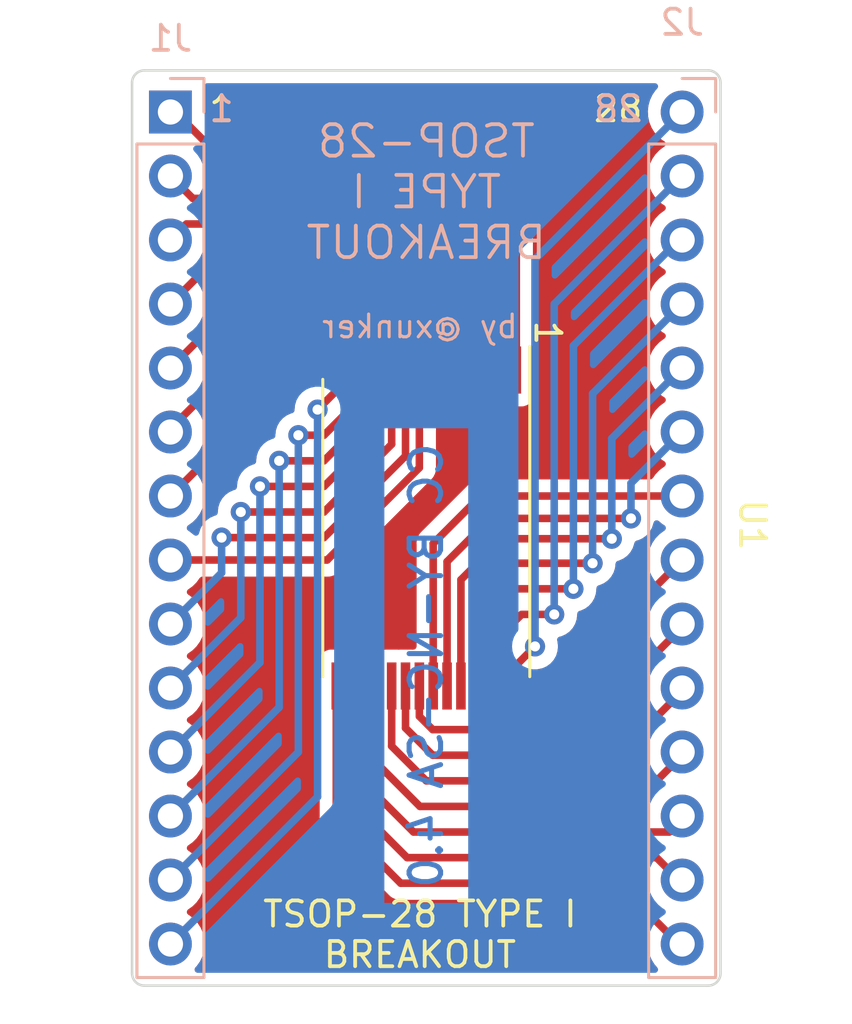
<source format=kicad_pcb>
(kicad_pcb (version 20211014) (generator pcbnew)
  (layers (0 "F.Cu" signal) (31 "B.Cu" signal) (34 "B.Paste" user) (35 "F.Paste" user) (36 "B.SilkS" user "B.Silkscreen") (37 "F.SilkS" user "F.Silkscreen") (38 "B.Mask" user) (39 "F.Mask" user) (44 "Edge.Cuts" user))
  (net 0 "")
  (net 1 "1")
  (net 2 "3")
  (net 3 "4")
  (net 4 "6")
  (net 5 "7")
  (net 6 "8")
  (net 7 "10")
  (net 8 "11")
  (net 9 "12")
  (net 10 "13")
  (net 11 "14")
  (net 12 "15")
  (net 13 "16")
  (net 14 "17")
  (net 15 "18")
  (net 16 "19")
  (net 17 "20")
  (net 18 "21")
  (net 19 "22")
  (net 20 "23")
  (net 21 "24")
  (net 22 "25")
  (net 23 "26")
  (net 24 "27")
  (net 25 "28")
  (net 26 "2")
  (net 27 "5")
  (net 28 "9")
  (footprint "Package_SO:TSOP-I-28_11.8x8mm_P0.55mm" (layer "F.Cu") (at 111.76 66.675 -90)
    (fp_text reference "U1" (at -0.127 -12.954 -90 unlocked) (layer "F.SilkS"))
    (fp_text value "AT28C16-T")
    (fp_line (start -7.205 -4.11) (end 5.9 -4.11) (layer "F.SilkS") (width 0.12))
    (fp_line (start -5.9 4.11) (end 5.9 4.11) (layer "F.SilkS") (width 0.12))
    (pad "1" smd rect (at -6.27 -3.575 270) (size 1.87 0.38) (layers "F.Cu" "F.Paste" "F.Mask") (net 1 "1"))
    (pad "2" smd rect (at -6.27 -3.025 270) (size 1.87 0.38) (layers "F.Cu" "F.Paste" "F.Mask") (net 26 "2"))
    (pad "3" smd rect (at -6.27 -2.475 270) (size 1.87 0.38) (layers "F.Cu" "F.Paste" "F.Mask") (net 2 "3"))
    (pad "4" smd rect (at -6.27 -1.925 270) (size 1.87 0.38) (layers "F.Cu" "F.Paste" "F.Mask") (net 3 "4"))
    (pad "5" smd rect (at -6.27 -1.375 270) (size 1.87 0.38) (layers "F.Cu" "F.Paste" "F.Mask") (net 27 "5"))
    (pad "6" smd rect (at -6.27 -0.825 270) (size 1.87 0.38) (layers "F.Cu" "F.Paste" "F.Mask") (net 4 "6"))
    (pad "7" smd rect (at -6.27 -0.275 270) (size 1.87 0.38) (layers "F.Cu" "F.Paste" "F.Mask") (net 5 "7"))
    (pad "8" smd rect (at -6.27 0.275 270) (size 1.87 0.38) (layers "F.Cu" "F.Paste" "F.Mask") (net 6 "8"))
    (pad "9" smd rect (at -6.27 0.825 270) (size 1.87 0.38) (layers "F.Cu" "F.Paste" "F.Mask") (net 28 "9"))
    (pad "10" smd rect (at -6.27 1.375 270) (size 1.87 0.38) (layers "F.Cu" "F.Paste" "F.Mask") (net 7 "10"))
    (pad "11" smd rect (at -6.27 1.925 270) (size 1.87 0.38) (layers "F.Cu" "F.Paste" "F.Mask") (net 8 "11"))
    (pad "12" smd rect (at -6.27 2.475 270) (size 1.87 0.38) (layers "F.Cu" "F.Paste" "F.Mask") (net 9 "12"))
    (pad "13" smd rect (at -6.27 3.025 270) (size 1.87 0.38) (layers "F.Cu" "F.Paste" "F.Mask") (net 10 "13"))
    (pad "14" smd rect (at -6.27 3.575 270) (size 1.87 0.38) (layers "F.Cu" "F.Paste" "F.Mask") (net 11 "14"))
    (pad "15" smd rect (at 6.27 3.575 270) (size 1.87 0.38) (layers "F.Cu" "F.Paste" "F.Mask") (net 12 "15"))
    (pad "16" smd rect (at 6.27 3.025 270) (size 1.87 0.38) (layers "F.Cu" "F.Paste" "F.Mask") (net 13 "16"))
    (pad "17" smd rect (at 6.27 2.475 270) (size 1.87 0.38) (layers "F.Cu" "F.Paste" "F.Mask") (net 14 "17"))
    (pad "18" smd rect (at 6.27 1.925 270) (size 1.87 0.38) (layers "F.Cu" "F.Paste" "F.Mask") (net 15 "18"))
    (pad "19" smd rect (at 6.27 1.375 270) (size 1.87 0.38) (layers "F.Cu" "F.Paste" "F.Mask") (net 16 "19"))
    (pad "20" smd rect (at 6.27 0.825 270) (size 1.87 0.38) (layers "F.Cu" "F.Paste" "F.Mask") (net 17 "20"))
    (pad "21" smd rect (at 6.27 0.275 270) (size 1.87 0.38) (layers "F.Cu" "F.Paste" "F.Mask") (net 18 "21"))
    (pad "22" smd rect (at 6.27 -0.275 270) (size 1.87 0.38) (layers "F.Cu" "F.Paste" "F.Mask") (net 19 "22"))
    (pad "23" smd rect (at 6.27 -0.825 270) (size 1.87 0.38) (layers "F.Cu" "F.Paste" "F.Mask") (net 20 "23"))
    (pad "24" smd rect (at 6.27 -1.375 270) (size 1.87 0.38) (layers "F.Cu" "F.Paste" "F.Mask") (net 21 "24"))
    (pad "25" smd rect (at 6.27 -1.925 270) (size 1.87 0.38) (layers "F.Cu" "F.Paste" "F.Mask") (net 22 "25"))
    (pad "26" smd rect (at 6.27 -2.475 270) (size 1.87 0.38) (layers "F.Cu" "F.Paste" "F.Mask") (net 23 "26"))
    (pad "27" smd rect (at 6.27 -3.025 270) (size 1.87 0.38) (layers "F.Cu" "F.Paste" "F.Mask") (net 24 "27"))
    (pad "28" smd rect (at 6.27 -3.575 270) (size 1.87 0.38) (layers "F.Cu" "F.Paste" "F.Mask") (net 25 "28"))
  )
  (footprint "Connector_PinHeader_2.54mm:PinHeader_1x14_P2.54mm_Vertical" (layer "B.Cu") (at 101.6 50.165 180)
    (fp_text reference "J1" (at 0 2.921) (layer "B.SilkS") (effects (justify mirror)))
    (fp_text value "Conn_01x14_Male")
    (fp_line (start 1.33 -1.27) (end 1.33 -34.35) (layer "B.SilkS") (width 0.12))
    (fp_line (start -1.33 -1.27) (end -1.33 -34.35) (layer "B.SilkS") (width 0.12))
    (fp_line (start -1.33 1.33) (end 0 1.33) (layer "B.SilkS") (width 0.12))
    (fp_line (start -1.33 0) (end -1.33 1.33) (layer "B.SilkS") (width 0.12))
    (fp_line (start -1.33 -1.27) (end 1.33 -1.27) (layer "B.SilkS") (width 0.12))
    (fp_line (start -1.33 -34.35) (end 1.33 -34.35) (layer "B.SilkS") (width 0.12))
    (pad "1" thru_hole rect (at 0 0 180) (size 1.7 1.7) (drill 1) (layers *.Cu *.Mask) (net 1 "1"))
    (pad "2" thru_hole oval (at 0 -2.54 180) (size 1.7 1.7) (drill 1) (layers *.Cu *.Mask) (net 26 "2"))
    (pad "3" thru_hole oval (at 0 -5.08 180) (size 1.7 1.7) (drill 1) (layers *.Cu *.Mask) (net 2 "3"))
    (pad "4" thru_hole oval (at 0 -7.62 180) (size 1.7 1.7) (drill 1) (layers *.Cu *.Mask) (net 3 "4"))
    (pad "5" thru_hole oval (at 0 -10.16 180) (size 1.7 1.7) (drill 1) (layers *.Cu *.Mask) (net 27 "5"))
    (pad "6" thru_hole oval (at 0 -12.7 180) (size 1.7 1.7) (drill 1) (layers *.Cu *.Mask) (net 4 "6"))
    (pad "7" thru_hole oval (at 0 -15.24 180) (size 1.7 1.7) (drill 1) (layers *.Cu *.Mask) (net 5 "7"))
    (pad "8" thru_hole oval (at 0 -17.78 180) (size 1.7 1.7) (drill 1) (layers *.Cu *.Mask) (net 6 "8"))
    (pad "9" thru_hole oval (at 0 -20.32 180) (size 1.7 1.7) (drill 1) (layers *.Cu *.Mask) (net 28 "9"))
    (pad "10" thru_hole oval (at 0 -22.86 180) (size 1.7 1.7) (drill 1) (layers *.Cu *.Mask) (net 7 "10"))
    (pad "11" thru_hole oval (at 0 -25.4 180) (size 1.7 1.7) (drill 1) (layers *.Cu *.Mask) (net 8 "11"))
    (pad "12" thru_hole oval (at 0 -27.94 180) (size 1.7 1.7) (drill 1) (layers *.Cu *.Mask) (net 9 "12"))
    (pad "13" thru_hole oval (at 0 -30.48 180) (size 1.7 1.7) (drill 1) (layers *.Cu *.Mask) (net 10 "13"))
    (pad "14" thru_hole oval (at 0 -33.02 180) (size 1.7 1.7) (drill 1) (layers *.Cu *.Mask) (net 11 "14"))
  )
  (footprint "Connector_PinHeader_2.54mm:PinHeader_1x14_P2.54mm_Vertical" (layer "B.Cu") (at 121.92 50.165 180)
    (fp_text reference "J2" (at 0 3.556) (layer "B.SilkS") (effects (justify mirror)))
    (fp_text value "Conn_01x14_Male")
    (fp_line (start -1.33 0) (end -1.33 1.33) (layer "B.SilkS") (width 0.12))
    (fp_line (start -1.33 -1.27) (end -1.33 -34.35) (layer "B.SilkS") (width 0.12))
    (fp_line (start -1.33 -1.27) (end 1.33 -1.27) (layer "B.SilkS") (width 0.12))
    (fp_line (start -1.33 -34.35) (end 1.33 -34.35) (layer "B.SilkS") (width 0.12))
    (fp_line (start 1.33 -1.27) (end 1.33 -34.35) (layer "B.SilkS") (width 0.12))
    (fp_line (start -1.33 1.33) (end 0 1.33) (layer "B.SilkS") (width 0.12))
    (pad "1" thru_hole circle (at 0 0 180) (size 1.7 1.7) (drill 1) (layers *.Cu *.Mask) (net 25 "28"))
    (pad "2" thru_hole oval (at 0 -2.54 180) (size 1.7 1.7) (drill 1) (layers *.Cu *.Mask) (net 24 "27"))
    (pad "3" thru_hole oval (at 0 -5.08 180) (size 1.7 1.7) (drill 1) (layers *.Cu *.Mask) (net 23 "26"))
    (pad "4" thru_hole oval (at 0 -7.62 180) (size 1.7 1.7) (drill 1) (layers *.Cu *.Mask) (net 22 "25"))
    (pad "5" thru_hole oval (at 0 -10.16 180) (size 1.7 1.7) (drill 1) (layers *.Cu *.Mask) (net 21 "24"))
    (pad "6" thru_hole oval (at 0 -12.7 180) (size 1.7 1.7) (drill 1) (layers *.Cu *.Mask) (net 20 "23"))
    (pad "7" thru_hole oval (at 0 -15.24 180) (size 1.7 1.7) (drill 1) (layers *.Cu *.Mask) (net 19 "22"))
    (pad "8" thru_hole oval (at 0 -17.78 180) (size 1.7 1.7) (drill 1) (layers *.Cu *.Mask) (net 18 "21"))
    (pad "9" thru_hole oval (at 0 -20.32 180) (size 1.7 1.7) (drill 1) (layers *.Cu *.Mask) (net 17 "20"))
    (pad "10" thru_hole oval (at 0 -22.86 180) (size 1.7 1.7) (drill 1) (layers *.Cu *.Mask) (net 16 "19"))
    (pad "11" thru_hole oval (at 0 -25.4 180) (size 1.7 1.7) (drill 1) (layers *.Cu *.Mask) (net 15 "18"))
    (pad "12" thru_hole oval (at 0 -27.94 180) (size 1.7 1.7) (drill 1) (layers *.Cu *.Mask) (net 14 "17"))
    (pad "13" thru_hole oval (at 0 -30.48 180) (size 1.7 1.7) (drill 1) (layers *.Cu *.Mask) (net 13 "16"))
    (pad "14" thru_hole oval (at 0 -33.02 180) (size 1.7 1.7) (drill 1) (layers *.Cu *.Mask) (net 12 "15"))
  )
  (gr_arc (start 123.444 84.345688) (mid 123.300391 84.692391) (end 122.953688 84.836) (layer "Edge.Cuts") (width 0.1))
  (gr_line (start 100.566312 84.836) (end 122.953688 84.836) (layer "Edge.Cuts") (width 0.1))
  (gr_line (start 123.444 84.345688) (end 123.444 49.004312) (layer "Edge.Cuts") (width 0.1))
  (gr_arc (start 100.566312 84.836) (mid 100.219609 84.692391) (end 100.076 84.345688) (layer "Edge.Cuts") (width 0.1))
  (gr_line (start 100.076 49.004312) (end 100.076 84.345688) (layer "Edge.Cuts") (width 0.1))
  (gr_arc (start 100.076 49.004312) (mid 100.219609 48.657609) (end 100.566312 48.514) (layer "Edge.Cuts") (width 0.1))
  (gr_arc (start 122.953688 48.514) (mid 123.300391 48.657609) (end 123.444 49.004312) (layer "Edge.Cuts") (width 0.1))
  (gr_line (start 122.953688 48.514) (end 100.566312 48.514) (layer "Edge.Cuts") (width 0.1))
  (gr_text "CC BY-NC-SA 4.0" (at 111.76 72.136 90) (layer "B.Cu") (effects (font (size 1.25 1.25) (thickness 0.2)) (justify mirror)))
  (gr_text "TSOP-28\nTYPE I\nBREAKOUT" (at 111.76 53.34) (layer "B.SilkS") (effects (font (size 1.25 1.25)) (justify mirror)))
  (gr_text "by @xunker" (at 111.506 58.674) (layer "B.SilkS") (effects (font (size 0.9 0.9) (thickness 0.125)) (justify mirror)))
  (gr_text "1" (at 103.632 50.038) (layer "B.SilkS") (effects (font (size 1 1)) (justify mirror)))
  (gr_text "28" (at 119.38 50.038) (layer "B.SilkS") (effects (font (size 1 1)) (justify mirror)))
  (gr_text "1" (at 103.632 50.038) (layer "F.SilkS") (effects (font (size 1 1))))
  (gr_text "1" (at 116.586 58.928 -90) (layer "F.SilkS") (effects (font (size 1 1))))
  (gr_text "TSOP-28 TYPE I\nBREAKOUT" (at 111.506 82.804) (layer "F.SilkS") (effects (font (size 1 1))))
  (gr_text "28" (at 119.38 50.038) (layer "F.SilkS") (effects (font (size 1 1))))
  (segment (start 101.6 50.165) (end 101.7905 50.165) (width 0.3) (layer "F.Cu") (net 1))
  (segment (start 113.03 52.578) (end 115.335 54.883) (width 0.3) (layer "F.Cu") (net 1))
  (segment (start 115.335 54.883) (end 115.335 60.405) (width 0.3) (layer "F.Cu") (net 1))
  (segment (start 101.7905 50.165) (end 104.2035 52.578) (width 0.3) (layer "F.Cu") (net 1))
  (segment (start 104.2035 52.578) (end 113.03 52.578) (width 0.3) (layer "F.Cu") (net 1))
  (segment (start 101.6 55.245) (end 102.235 54.61) (width 0.3) (layer "F.Cu") (net 2))
  (segment (start 114.235 56.323) (end 114.235 60.405) (width 0.3) (layer "F.Cu") (net 2))
  (segment (start 112.522 54.61) (end 114.235 56.323) (width 0.3) (layer "F.Cu") (net 2))
  (segment (start 102.235 54.61) (end 112.522 54.61) (width 0.3) (layer "F.Cu") (net 2))
  (segment (start 103.759 55.626) (end 112.268 55.626) (width 0.3) (layer "F.Cu") (net 3))
  (segment (start 113.685 57.043) (end 113.685 60.405) (width 0.3) (layer "F.Cu") (net 3))
  (segment (start 101.6 57.785) (end 103.759 55.626) (width 0.3) (layer "F.Cu") (net 3))
  (segment (start 112.268 55.626) (end 113.685 57.043) (width 0.3) (layer "F.Cu") (net 3))
  (segment (start 112.585 60.405) (end 112.585 58.483) (width 0.3) (layer "F.Cu") (net 4))
  (segment (start 112.585 58.483) (end 111.76 57.658) (width 0.3) (layer "F.Cu") (net 4))
  (segment (start 111.76 57.658) (end 106.68 57.658) (width 0.3) (layer "F.Cu") (net 4))
  (segment (start 106.68 57.658) (end 101.6 62.738) (width 0.3) (layer "F.Cu") (net 4))
  (segment (start 111.518022 58.674) (end 108.331 58.674) (width 0.3) (layer "F.Cu") (net 5))
  (segment (start 112.035 59.190978) (end 111.518022 58.674) (width 0.3) (layer "F.Cu") (net 5))
  (segment (start 108.331 58.674) (end 101.6 65.405) (width 0.3) (layer "F.Cu") (net 5))
  (segment (start 112.035 60.405) (end 112.035 59.190978) (width 0.3) (layer "F.Cu") (net 5))
  (segment (start 101.6 67.945) (end 107.823 67.945) (width 0.3) (layer "F.Cu") (net 6))
  (segment (start 111.485 64.283) (end 111.485 60.405) (width 0.3) (layer "F.Cu") (net 6))
  (segment (start 107.823 67.945) (end 111.485 64.283) (width 0.3) (layer "F.Cu") (net 6))
  (segment (start 110.385 63.351) (end 110.385 60.405) (width 0.3) (layer "F.Cu") (net 7))
  (segment (start 107.696 66.04) (end 110.385 63.351) (width 0.3) (layer "F.Cu") (net 7))
  (segment (start 104.394 66.04) (end 107.696 66.04) (width 0.3) (layer "F.Cu") (net 7))
  (via (at 104.394 66.04) (size 0.8) (drill 0.4) (layers "F.Cu" "B.Cu") (net 7))
  (segment (start 104.394 66.04) (end 104.394 70.231) (width 0.3) (layer "B.Cu") (net 7))
  (segment (start 104.394 70.231) (end 101.6 73.025) (width 0.3) (layer "B.Cu") (net 7))
  (segment (start 107.696 65.024) (end 109.835 62.885) (width 0.3) (layer "F.Cu") (net 8))
  (segment (start 105.156 65.024) (end 107.696 65.024) (width 0.3) (layer "F.Cu") (net 8))
  (segment (start 109.835 62.885) (end 109.835 60.405) (width 0.3) (layer "F.Cu") (net 8))
  (via (at 105.156 65.024) (size 0.8) (drill 0.4) (layers "F.Cu" "B.Cu") (net 8))
  (segment (start 105.156 72.009) (end 101.6 75.565) (width 0.3) (layer "B.Cu") (net 8))
  (segment (start 105.156 65.024) (end 105.156 72.009) (width 0.3) (layer "B.Cu") (net 8))
  (segment (start 105.918 64.008) (end 107.696 64.008) (width 0.3) (layer "F.Cu") (net 9))
  (segment (start 107.696 64.008) (end 109.285 62.419) (width 0.3) (layer "F.Cu") (net 9))
  (segment (start 109.285 62.419) (end 109.285 60.405) (width 0.3) (layer "F.Cu") (net 9))
  (via (at 105.918 64.008) (size 0.8) (drill 0.4) (layers "F.Cu" "B.Cu") (net 9))
  (segment (start 105.918 64.008) (end 105.918 73.787) (width 0.3) (layer "B.Cu") (net 9))
  (segment (start 105.918 73.787) (end 101.6 78.105) (width 0.3) (layer "B.Cu") (net 9))
  (segment (start 108.735 61.953) (end 108.735 60.405) (width 0.3) (layer "F.Cu") (net 10))
  (segment (start 106.68 62.992) (end 107.696 62.992) (width 0.3) (layer "F.Cu") (net 10))
  (segment (start 107.696 62.992) (end 108.735 61.953) (width 0.3) (layer "F.Cu") (net 10))
  (via (at 106.68 62.992) (size 0.8) (drill 0.4) (layers "F.Cu" "B.Cu") (net 10))
  (segment (start 106.68 62.992) (end 106.68 75.565) (width 0.3) (layer "B.Cu") (net 10))
  (segment (start 106.68 75.565) (end 101.6 80.645) (width 0.3) (layer "B.Cu") (net 10))
  (segment (start 108.185 61.233) (end 108.185 60.405) (width 0.3) (layer "F.Cu") (net 11))
  (segment (start 107.442 61.976) (end 108.185 61.233) (width 0.3) (layer "F.Cu") (net 11))
  (via (at 107.442 61.976) (size 0.8) (drill 0.4) (layers "F.Cu" "B.Cu") (net 11))
  (segment (start 107.442 61.976) (end 107.442 77.343) (width 0.3) (layer "B.Cu") (net 11))
  (segment (start 107.442 77.343) (end 101.6 83.185) (width 0.3) (layer "B.Cu") (net 11))
  (segment (start 108.185 72.945) (end 108.185 78.213) (width 0.3) (layer "F.Cu") (net 12))
  (segment (start 108.185 78.213) (end 110.744 80.772) (width 0.3) (layer "F.Cu") (net 12))
  (segment (start 119.38 80.772) (end 121.92 83.312) (width 0.3) (layer "F.Cu") (net 12))
  (segment (start 110.744 80.772) (end 119.38 80.772) (width 0.3) (layer "F.Cu") (net 12))
  (segment (start 120.904 79.756) (end 121.92 80.772) (width 0.3) (layer "F.Cu") (net 13))
  (segment (start 108.735 77.493) (end 110.998 79.756) (width 0.3) (layer "F.Cu") (net 13))
  (segment (start 110.998 79.756) (end 120.904 79.756) (width 0.3) (layer "F.Cu") (net 13))
  (segment (start 108.735 72.945) (end 108.735 77.493) (width 0.3) (layer "F.Cu") (net 13))
  (segment (start 109.285 76.773) (end 111.252 78.74) (width 0.3) (layer "F.Cu") (net 14))
  (segment (start 121.412 78.74) (end 121.92 78.232) (width 0.3) (layer "F.Cu") (net 14))
  (segment (start 111.252 78.74) (end 121.412 78.74) (width 0.3) (layer "F.Cu") (net 14))
  (segment (start 109.285 72.945) (end 109.285 76.773) (width 0.3) (layer "F.Cu") (net 14))
  (segment (start 109.835 72.945) (end 109.835 76.053) (width 0.3) (layer "F.Cu") (net 15))
  (segment (start 111.506 77.724) (end 119.888 77.724) (width 0.3) (layer "F.Cu") (net 15))
  (segment (start 109.835 76.053) (end 111.506 77.724) (width 0.3) (layer "F.Cu") (net 15))
  (segment (start 119.888 77.724) (end 121.92 75.692) (width 0.3) (layer "F.Cu") (net 15))
  (segment (start 110.385 75.333) (end 111.76 76.708) (width 0.3) (layer "F.Cu") (net 16))
  (segment (start 110.385 72.945) (end 110.385 75.333) (width 0.3) (layer "F.Cu") (net 16))
  (segment (start 111.76 76.708) (end 118.364 76.708) (width 0.3) (layer "F.Cu") (net 16))
  (segment (start 118.364 76.708) (end 121.92 73.152) (width 0.3) (layer "F.Cu") (net 16))
  (segment (start 110.935 72.945) (end 110.935 74.613) (width 0.3) (layer "F.Cu") (net 17))
  (segment (start 116.84 75.692) (end 121.92 70.612) (width 0.3) (layer "F.Cu") (net 17))
  (segment (start 112.014 75.692) (end 116.84 75.692) (width 0.3) (layer "F.Cu") (net 17))
  (segment (start 121.92 70.612) (end 121.92 70.485) (width 0.3) (layer "F.Cu") (net 17))
  (segment (start 110.935 74.613) (end 112.014 75.692) (width 0.3) (layer "F.Cu") (net 17))
  (segment (start 112.014 74.676) (end 115.189 74.676) (width 0.3) (layer "F.Cu") (net 18))
  (segment (start 111.485 72.945) (end 111.485 74.147) (width 0.3) (layer "F.Cu") (net 18))
  (segment (start 111.485 74.147) (end 112.014 74.676) (width 0.3) (layer "F.Cu") (net 18))
  (segment (start 115.189 74.676) (end 121.92 67.945) (width 0.3) (layer "F.Cu") (net 18))
  (segment (start 113.919 65.405) (end 121.92 65.405) (width 0.3) (layer "F.Cu") (net 19))
  (segment (start 112.035 67.289) (end 113.919 65.405) (width 0.3) (layer "F.Cu") (net 19))
  (segment (start 112.035 72.945) (end 112.035 67.289) (width 0.3) (layer "F.Cu") (net 19))
  (segment (start 114.3 66.294) (end 112.585 68.009) (width 0.3) (layer "F.Cu") (net 20))
  (segment (start 119.888 66.294) (end 114.3 66.294) (width 0.3) (layer "F.Cu") (net 20))
  (segment (start 112.585 68.009) (end 112.585 72.945) (width 0.3) (layer "F.Cu") (net 20))
  (via (at 119.888 66.294) (size 0.8) (drill 0.4) (layers "F.Cu" "B.Cu") (net 20))
  (segment (start 119.888 64.897) (end 119.888 66.294) (width 0.3) (layer "B.Cu") (net 20))
  (segment (start 121.92 62.865) (end 119.888 64.897) (width 0.3) (layer "B.Cu") (net 20))
  (segment (start 114.763326 67.100674) (end 113.135 68.729) (width 0.3) (layer "F.Cu") (net 21))
  (segment (start 119.126 67.100674) (end 114.763326 67.100674) (width 0.3) (layer "F.Cu") (net 21))
  (segment (start 113.135 68.729) (end 113.135 72.945) (width 0.3) (layer "F.Cu") (net 21))
  (via (at 119.126 67.100674) (size 0.8) (drill 0.4) (layers "F.Cu" "B.Cu") (net 21))
  (segment (start 119.126 67.100674) (end 119.126 63.119) (width 0.3) (layer "B.Cu") (net 21))
  (segment (start 119.126 63.119) (end 121.92 60.325) (width 0.3) (layer "B.Cu") (net 21))
  (segment (start 113.685 69.449) (end 113.685 72.945) (width 0.3) (layer "F.Cu") (net 22))
  (segment (start 115.062 68.072) (end 113.685 69.449) (width 0.3) (layer "F.Cu") (net 22))
  (segment (start 118.364 68.072) (end 115.062 68.072) (width 0.3) (layer "F.Cu") (net 22))
  (via (at 118.364 68.072) (size 0.8) (drill 0.4) (layers "F.Cu" "B.Cu") (net 22))
  (segment (start 118.364 68.072) (end 118.364 61.341) (width 0.3) (layer "B.Cu") (net 22))
  (segment (start 118.364 61.341) (end 121.92 57.785) (width 0.3) (layer "B.Cu") (net 22))
  (segment (start 117.602 69.088) (end 115.316 69.088) (width 0.3) (layer "F.Cu") (net 23))
  (segment (start 114.235 70.169) (end 114.235 72.945) (width 0.3) (layer "F.Cu") (net 23))
  (segment (start 115.316 69.088) (end 114.235 70.169) (width 0.3) (layer "F.Cu") (net 23))
  (via (at 117.602 69.088) (size 0.8) (drill 0.4) (layers "F.Cu" "B.Cu") (net 23))
  (segment (start 117.602 59.436) (end 121.793 55.245) (width 0.3) (layer "B.Cu") (net 23))
  (segment (start 117.602 69.088) (end 117.602 59.436) (width 0.3) (layer "B.Cu") (net 23))
  (segment (start 121.793 55.245) (end 121.92 55.245) (width 0.3) (layer "B.Cu") (net 23))
  (segment (start 116.84 70.104) (end 115.546489 70.104) (width 0.3) (layer "F.Cu") (net 24))
  (segment (start 114.785 70.865489) (end 114.785 72.945) (width 0.3) (layer "F.Cu") (net 24))
  (segment (start 115.546489 70.104) (end 114.785 70.865489) (width 0.3) (layer "F.Cu") (net 24))
  (via (at 116.84 70.104) (size 0.8) (drill 0.4) (layers "F.Cu" "B.Cu") (net 24))
  (segment (start 116.84 57.785) (end 116.84 70.104) (width 0.3) (layer "B.Cu") (net 24))
  (segment (start 121.92 52.705) (end 116.84 57.785) (width 0.3) (layer "B.Cu") (net 24))
  (segment (start 115.335 72.117) (end 115.335 72.945) (width 0.3) (layer "F.Cu") (net 25))
  (segment (start 116.078 71.374) (end 115.335 72.117) (width 0.3) (layer "F.Cu") (net 25))
  (via (at 116.078 71.374) (size 0.8) (drill 0.4) (layers "F.Cu" "B.Cu") (net 25))
  (segment (start 116.078 56.007) (end 121.92 50.165) (width 0.3) (layer "B.Cu") (net 25))
  (segment (start 116.078 71.374) (end 116.078 56.007) (width 0.3) (layer "B.Cu") (net 25))
  (segment (start 112.776 53.594) (end 114.785 55.603) (width 0.3) (layer "F.Cu") (net 26))
  (segment (start 101.6 52.705) (end 102.489 53.594) (width 0.3) (layer "F.Cu") (net 26))
  (segment (start 102.489 53.594) (end 112.776 53.594) (width 0.3) (layer "F.Cu") (net 26))
  (segment (start 114.785 55.603) (end 114.785 60.405) (width 0.3) (layer "F.Cu") (net 26))
  (segment (start 113.135 60.405) (end 113.135 57.763) (width 0.3) (layer "F.Cu") (net 27))
  (segment (start 113.135 57.763) (end 112.014 56.642) (width 0.3) (layer "F.Cu") (net 27))
  (segment (start 105.283 56.642) (end 101.6 60.325) (width 0.3) (layer "F.Cu") (net 27))
  (segment (start 112.014 56.642) (end 105.283 56.642) (width 0.3) (layer "F.Cu") (net 27))
  (segment (start 107.696 67.056) (end 110.935 63.817) (width 0.3) (layer "F.Cu") (net 28))
  (segment (start 110.935 63.817) (end 110.935 60.405) (width 0.3) (layer "F.Cu") (net 28))
  (segment (start 103.632 67.056) (end 107.696 67.056) (width 0.3) (layer "F.Cu") (net 28))
  (via (at 103.632 67.056) (size 0.8) (drill 0.4) (layers "F.Cu" "B.Cu") (net 28))
  (segment (start 103.632 68.453) (end 101.6 70.485) (width 0.3) (layer "B.Cu") (net 28))
  (segment (start 103.632 67.056) (end 103.632 68.453) (width 0.3) (layer "B.Cu") (net 28))
  (zone (net 0) (net_name "") (layers F&B.Cu) (connect_pads (clearance 0.508)) (min_thickness 0.254) (fill yes (thermal_gap 0.508) (thermal_bridge_width 0.508))
    (polygon (pts (xy 127 86.36) (xy 96.52 86.36) (xy 96.52 45.72) (xy 127 45.72)))
  )
)
</source>
